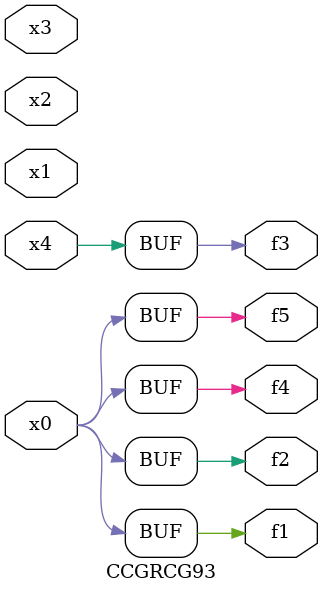
<source format=v>
module CCGRCG93(
	input x0, x1, x2, x3, x4,
	output f1, f2, f3, f4, f5
);
	assign f1 = x0;
	assign f2 = x0;
	assign f3 = x4;
	assign f4 = x0;
	assign f5 = x0;
endmodule

</source>
